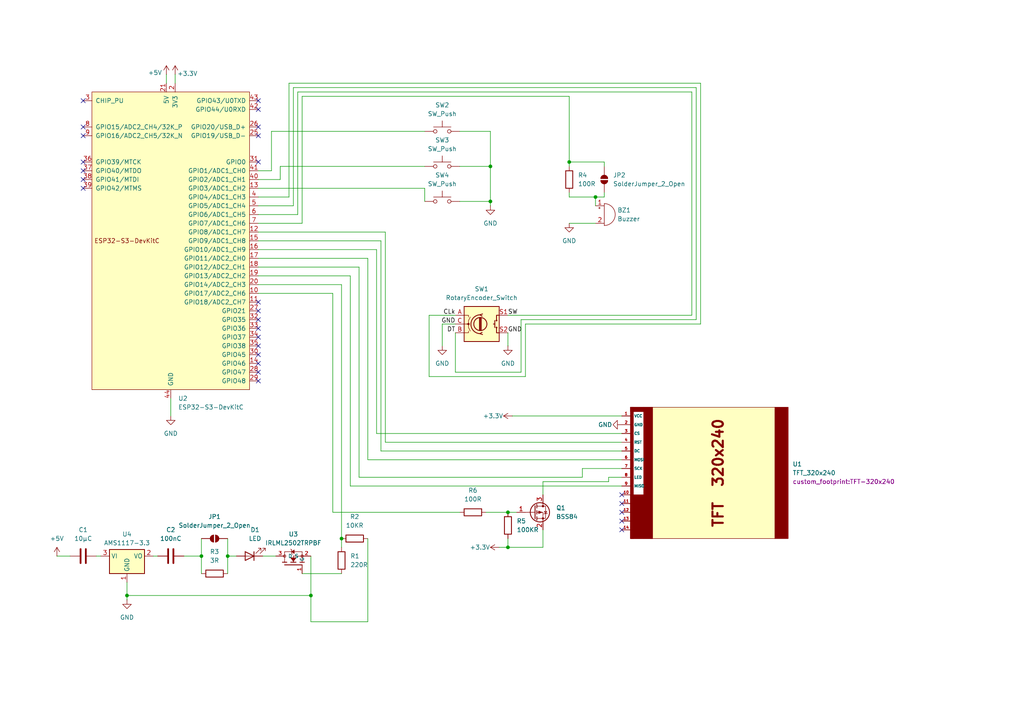
<source format=kicad_sch>
(kicad_sch (version 20250114) (generator "eeschema") (generator_version "9.0")
  (paper "A4")
  (title_block (title "Attention-Seeker PCB") (date "2025-10-05") (rev "v1,0") (company "M-Mrk"))
  (lib_symbols
    (symbol "Device:Buzzer" (pin_names (offset 0.0254) (hide yes))
      (property "Reference" "BZ" (at 3.81 1.27 0))
      (property "Value" "Buzzer" (at 3.81 -1.27 0))
      (symbol "Buzzer_0_1"
        (polyline (pts (xy -1.651 1.905) (xy -1.143 1.905)))
        (polyline (pts (xy -1.397 2.159) (xy -1.397 1.651)))
        (arc (start 0 3.175) (mid 3.1612 0) (end 0 -3.175))
        (polyline (pts (xy 0 3.175) (xy 0 -3.175)))
      )
      (symbol "Buzzer_1_1"
        (pin passive line (at -2.54 2.54 0) (length 2.54) (name "+") (number "1"))
        (pin passive line (at -2.54 -2.54 0) (length 2.54) (name "-") (number "2"))
      )
    )
    (symbol "Device:C" (pin_numbers (hide yes)) (pin_names (offset 0.254))
      (property "Reference" "C" (at 0.635 2.54 0))
      (property "Value" "C" (at 0.635 -2.54 0))
      (symbol "C_0_1"
        (polyline (pts (xy -2.032 0.762) (xy 2.032 0.762)) (stroke (width 0.508)))
        (polyline (pts (xy -2.032 -0.762) (xy 2.032 -0.762)) (stroke (width 0.508)))
      )
      (symbol "C_1_1"
        (pin passive line (at 0 3.81 270) (length 2.794) (name "~") (number "1"))
        (pin passive line (at 0 -3.81 90) (length 2.794) (name "~") (number "2"))
      )
    )
    (symbol "Device:LED" (pin_numbers (hide yes)) (pin_names (offset 1.016) (hide yes))
      (property "Reference" "D" (at 0 2.54 0))
      (property "Value" "LED" (at 0 -2.54 0))
      (symbol "LED_0_1"
        (polyline (pts (xy -3.048 -0.762) (xy -4.572 -2.286) (xy -3.81 -2.286) (xy -4.572 -2.286) (xy -4.572 -1.524)))
        (polyline (pts (xy -1.778 -0.762) (xy -3.302 -2.286) (xy -2.54 -2.286) (xy -3.302 -2.286) (xy -3.302 -1.524)))
        (polyline (pts (xy -1.27 0) (xy 1.27 0)))
        (polyline (pts (xy -1.27 -1.27) (xy -1.27 1.27)) (stroke (width 0.254)))
        (polyline (pts (xy 1.27 -1.27) (xy 1.27 1.27) (xy -1.27 0) (xy 1.27 -1.27)) (stroke (width 0.254)))
      )
      (symbol "LED_1_1"
        (pin passive line (at -3.81 0 0) (length 2.54) (name "K") (number "1"))
        (pin passive line (at 3.81 0 180) (length 2.54) (name "A") (number "2"))
      )
    )
    (symbol "Device:R" (pin_numbers (hide yes)) (pin_names (offset 0))
      (property "Reference" "R" (at 2.032 0 90))
      (property "Value" "R" (at 0 0 90))
      (symbol "R_0_1"
        (rectangle (start -1.016 -2.54) (end 1.016 2.54) (stroke (width 0.254)))
      )
      (symbol "R_1_1"
        (pin passive line (at 0 3.81 270) (length 1.27) (name "~") (number "1"))
        (pin passive line (at 0 -3.81 90) (length 1.27) (name "~") (number "2"))
      )
    )
    (symbol "Device:RotaryEncoder_Switch" (pin_names (offset 0.254) (hide yes))
      (property "Reference" "SW" (at 0 6.604 0))
      (property "Value" "RotaryEncoder_Switch" (at 0 -6.604 0))
      (symbol "RotaryEncoder_Switch_0_1"
        (rectangle (start -5.08 5.08) (end 5.08 -5.08) (stroke (width 0.254)) (fill (type background)))
        (polyline (pts (xy -5.08 2.54) (xy -3.81 2.54) (xy -3.81 2.032)))
        (polyline (pts (xy -5.08 0) (xy -3.81 0) (xy -3.81 -1.016) (xy -3.302 -2.032)))
        (polyline (pts (xy -5.08 -2.54) (xy -3.81 -2.54) (xy -3.81 -2.032)))
        (polyline (pts (xy -4.318 0) (xy -3.81 0) (xy -3.81 1.016) (xy -3.302 2.032)))
        (circle (center -3.81 0) (radius 0.254) (fill (type outline)))
        (polyline (pts (xy -0.635 -1.778) (xy -0.635 1.778)) (stroke (width 0.254)))
        (circle (center -0.381 0) (radius 1.905) (stroke (width 0.254)))
        (polyline (pts (xy -0.381 -1.778) (xy -0.381 1.778)) (stroke (width 0.254)))
        (arc (start -0.381 -2.794) (mid -3.0988 -0.0635) (end -0.381 2.667) (stroke (width 0.254)))
        (polyline (pts (xy -0.127 1.778) (xy -0.127 -1.778)) (stroke (width 0.254)))
        (polyline (pts (xy 0.254 2.921) (xy -0.508 2.667) (xy 0.127 2.286)) (stroke (width 0.254)))
        (polyline (pts (xy 0.254 -3.048) (xy -0.508 -2.794) (xy 0.127 -2.413)) (stroke (width 0.254)))
        (polyline (pts (xy 3.81 1.016) (xy 3.81 -1.016)) (stroke (width 0.254)))
        (polyline (pts (xy 3.81 0) (xy 3.429 0)) (stroke (width 0.254)))
        (circle (center 4.318 1.016) (radius 0.127) (stroke (width 0.254)))
        (circle (center 4.318 -1.016) (radius 0.127) (stroke (width 0.254)))
        (polyline (pts (xy 5.08 2.54) (xy 4.318 2.54) (xy 4.318 1.016)) (stroke (width 0.254)))
        (polyline (pts (xy 5.08 -2.54) (xy 4.318 -2.54) (xy 4.318 -1.016)) (stroke (width 0.254)))
      )
      (symbol "RotaryEncoder_Switch_1_1"
        (pin passive line (at -7.62 2.54 0) (length 2.54) (name "A") (number "A"))
        (pin passive line (at -7.62 0 0) (length 2.54) (name "C") (number "C"))
        (pin passive line (at -7.62 -2.54 0) (length 2.54) (name "B") (number "B"))
        (pin passive line (at 7.62 2.54 180) (length 2.54) (name "S1") (number "S1"))
        (pin passive line (at 7.62 -2.54 180) (length 2.54) (name "S2") (number "S2"))
      )
    )
    (symbol "Espressif:ESP32-S3-DevKitC" (pin_names (offset 1.016))
      (property "Reference" "U" (at -22.86 48.26 0))
      (property "Value" "ESP32-S3-DevKitC" (at -22.86 45.72 0))
      (symbol "ESP32-S3-DevKitC_0_0"
        (text "ESP32-S3-DevKitC" (at -12.7 0 0) (effects (font (size 1.27 1.27))))
        (pin bidirectional line (at -25.4 15.24 0) (length 2.54) (name "GPIO42/MTMS") (number "39"))
        (pin power_in line (at 0 -45.72 90) (length 2.54) (name "GND") (number "44"))
        (pin bidirectional line (at 25.4 40.64 180) (length 2.54) (name "GPIO43/U0TXD") (number "43"))
        (pin bidirectional line (at 25.4 38.1 180) (length 2.54) (name "GPIO44/U0RXD") (number "42"))
        (pin bidirectional line (at 25.4 20.32 180) (length 2.54) (name "GPIO1/ADC1_CH0") (number "41"))
        (pin bidirectional line (at 25.4 17.78 180) (length 2.54) (name "GPIO2/ADC1_CH1") (number "40"))
        (pin bidirectional line (at 25.4 -10.16 180) (length 2.54) (name "GPIO13/ADC2_CH2") (number "19"))
        (pin bidirectional line (at 25.4 -35.56 180) (length 2.54) (name "GPIO46") (number "14"))
      )
      (symbol "ESP32-S3-DevKitC_0_1"
        (rectangle (start -22.86 43.18) (end 22.86 -43.18) (fill (type background)))
        (pin power_in line (at 1.27 45.72 270) (length 2.54) (name "3V3") (number "2"))
      )
      (symbol "ESP32-S3-DevKitC_1_1"
        (pin input line (at -25.4 40.64 0) (length 2.54) (name "CHIP_PU") (number "3"))
        (pin bidirectional line (at -25.4 33.02 0) (length 2.54) (name "GPIO15/ADC2_CH4/32K_P") (number "8"))
        (pin bidirectional line (at -25.4 30.48 0) (length 2.54) (name "GPIO16/ADC2_CH5/32K_N") (number "9"))
        (pin bidirectional line (at -25.4 22.86 0) (length 2.54) (name "GPIO39/MTCK") (number "36"))
        (pin bidirectional line (at -25.4 20.32 0) (length 2.54) (name "GPIO40/MTDO") (number "37"))
        (pin bidirectional line (at -25.4 17.78 0) (length 2.54) (name "GPIO41/MTDI") (number "38"))
        (pin power_in line (at -1.27 45.72 270) (length 2.54) (name "5V") (number "21"))
        (pin passive line (at 0 -45.72 90) (length 2.54) (hide yes) (name "GND") (number "22"))
        (pin passive line (at 0 -45.72 90) (length 2.54) (hide yes) (name "GND") (number "23"))
        (pin passive line (at 0 -45.72 90) (length 2.54) (hide yes) (name "GND") (number "24"))
        (pin passive line (at 1.27 45.72 270) (length 2.54) (hide yes) (name "3V3") (number "1"))
        (pin bidirectional line (at 25.4 33.02 180) (length 2.54) (name "GPIO20/USB_D+") (number "26"))
        (pin bidirectional line (at 25.4 30.48 180) (length 2.54) (name "GPIO19/USB_D-") (number "25"))
        (pin bidirectional line (at 25.4 22.86 180) (length 2.54) (name "GPIO0") (number "31"))
        (pin bidirectional line (at 25.4 15.24 180) (length 2.54) (name "GPIO3/ADC1_CH2") (number "13"))
        (pin bidirectional line (at 25.4 12.7 180) (length 2.54) (name "GPIO4/ADC1_CH3") (number "4"))
        (pin bidirectional line (at 25.4 10.16 180) (length 2.54) (name "GPIO5/ADC1_CH4") (number "5"))
        (pin bidirectional line (at 25.4 7.62 180) (length 2.54) (name "GPIO6/ADC1_CH5") (number "6"))
        (pin bidirectional line (at 25.4 5.08 180) (length 2.54) (name "GPIO7/ADC1_CH6") (number "7"))
        (pin bidirectional line (at 25.4 2.54 180) (length 2.54) (name "GPIO8/ADC1_CH7") (number "12"))
        (pin bidirectional line (at 25.4 0 180) (length 2.54) (name "GPIO9/ADC1_CH8") (number "15"))
        (pin bidirectional line (at 25.4 -2.54 180) (length 2.54) (name "GPIO10/ADC1_CH9") (number "16"))
        (pin bidirectional line (at 25.4 -5.08 180) (length 2.54) (name "GPIO11/ADC2_CH0") (number "17"))
        (pin bidirectional line (at 25.4 -7.62 180) (length 2.54) (name "GPIO12/ADC2_CH1") (number "18"))
        (pin bidirectional line (at 25.4 -12.7 180) (length 2.54) (name "GPIO14/ADC2_CH3") (number "20"))
        (pin bidirectional line (at 25.4 -15.24 180) (length 2.54) (name "GPIO17/ADC2_CH6") (number "10"))
        (pin bidirectional line (at 25.4 -17.78 180) (length 2.54) (name "GPIO18/ADC2_CH7") (number "11"))
        (pin bidirectional line (at 25.4 -20.32 180) (length 2.54) (name "GPIO21") (number "27"))
        (pin bidirectional line (at 25.4 -22.86 180) (length 2.54) (name "GPIO35") (number "32"))
        (pin bidirectional line (at 25.4 -25.4 180) (length 2.54) (name "GPIO36") (number "33"))
        (pin bidirectional line (at 25.4 -27.94 180) (length 2.54) (name "GPIO37") (number "34"))
        (pin bidirectional line (at 25.4 -30.48 180) (length 2.54) (name "GPIO38") (number "35"))
        (pin bidirectional line (at 25.4 -33.02 180) (length 2.54) (name "GPIO45") (number "30"))
        (pin bidirectional line (at 25.4 -38.1 180) (length 2.54) (name "GPIO47") (number "28"))
        (pin bidirectional line (at 25.4 -40.64 180) (length 2.54) (name "GPIO48") (number "29"))
      )
    )
    (symbol "IRLML2502TRPBF:IRLML2502TRPBF" (pin_names (offset 1.016))
      (property "Reference" "U" (at -11.4527 2.5451 0))
      (property "Value" "IRLML2502TRPBF" (at -11.461 0 0))
      (symbol "IRLML2502TRPBF_0_0"
        (polyline (pts (xy 0 2.54) (xy 0 -2.54)) (stroke (width 0.254)))
        (polyline (pts (xy 0.762 3.175) (xy 0.762 2.54)) (stroke (width 0.254)))
        (polyline (pts (xy 0.762 2.54) (xy 0.762 1.905)) (stroke (width 0.254)))
        (polyline (pts (xy 0.762 2.54) (xy 3.81 2.54)) (stroke (width 0.1524)))
        (polyline (pts (xy 0.762 0.762) (xy 0.762 0)) (stroke (width 0.254)))
        (polyline (pts (xy 0.762 0) (xy 0.762 -0.762)) (stroke (width 0.254)))
        (polyline (pts (xy 0.762 0) (xy 2.54 0)) (stroke (width 0.1524)))
        (polyline (pts (xy 0.762 -1.905) (xy 0.762 -2.54)) (stroke (width 0.254)))
        (polyline (pts (xy 0.762 -2.54) (xy 0.762 -3.175)) (stroke (width 0.254)))
        (polyline (pts (xy 1.016 0) (xy 2.032 0.762) (xy 2.032 -0.762) (xy 1.016 0)) (stroke (width 0.1524)) (fill (type outline)))
        (circle (center 2.54 2.54) (radius 0.3592))
        (polyline (pts (xy 2.54 0) (xy 2.54 -2.54)) (stroke (width 0.1524)))
        (polyline (pts (xy 2.54 -2.54) (xy 0.762 -2.54)) (stroke (width 0.1524)))
        (polyline (pts (xy 2.54 -2.54) (xy 3.81 -2.54)) (stroke (width 0.1524)))
        (circle (center 2.54 -2.54) (radius 0.3592))
        (polyline (pts (xy 3.302 0.508) (xy 3.048 0.254)) (stroke (width 0.1524)))
        (polyline (pts (xy 3.81 2.54) (xy 3.81 0.508)) (stroke (width 0.1524)))
        (polyline (pts (xy 3.81 0.508) (xy 3.302 0.508)) (stroke (width 0.1524)))
        (polyline (pts (xy 3.81 0.508) (xy 3.81 -2.54)) (stroke (width 0.1524)))
        (polyline (pts (xy 3.81 0.508) (xy 3.302 -0.254) (xy 4.318 -0.254) (xy 3.81 0.508)) (stroke (width 0.1524)) (fill (type outline)))
        (polyline (pts (xy 4.318 0.508) (xy 3.81 0.508)) (stroke (width 0.1524)))
        (polyline (pts (xy 4.572 0.762) (xy 4.318 0.508)) (stroke (width 0.1524)))
        (pin passive line (at -2.54 -2.54 0) (length 2.54) (name "G") (number "1"))
        (pin passive line (at 2.54 5.08 270) (length 2.54) (name "D") (number "3"))
      )
      (symbol "IRLML2502TRPBF_1_0"
        (pin passive line (at 2.54 -5.08 90) (length 2.54) (name "S") (number "2"))
      )
    )
    (symbol "Jumper:SolderJumper_2_Open" (pin_numbers (hide yes)) (pin_names (offset 0) (hide yes)) (in_bom no)
      (property "Reference" "JP" (at 0 2.032 0))
      (property "Value" "SolderJumper_2_Open" (at 0 -2.54 0))
      (symbol "SolderJumper_2_Open_0_1"
        (polyline (pts (xy -0.254 1.016) (xy -0.254 -1.016)))
        (arc (start -0.254 -1.016) (mid -1.2656 0) (end -0.254 1.016))
        (arc (start -0.254 -1.016) (mid -1.2656 0) (end -0.254 1.016) (fill (type outline)))
        (arc (start 0.254 1.016) (mid 1.2656 0) (end 0.254 -1.016))
        (arc (start 0.254 1.016) (mid 1.2656 0) (end 0.254 -1.016) (fill (type outline)))
        (polyline (pts (xy 0.254 1.016) (xy 0.254 -1.016)))
      )
      (symbol "SolderJumper_2_Open_1_1"
        (pin passive line (at -3.81 0 0) (length 2.54) (name "A") (number "1"))
        (pin passive line (at 3.81 0 180) (length 2.54) (name "B") (number "2"))
      )
    )
    (symbol "Regulator_Linear:AMS1117-3.3"
      (property "Reference" "U" (at -3.81 3.175 0))
      (property "Value" "AMS1117-3.3" (at 0 3.175 0))
      (symbol "AMS1117-3.3_0_1"
        (rectangle (start -5.08 -5.08) (end 5.08 1.905) (stroke (width 0.254)) (fill (type background)))
      )
      (symbol "AMS1117-3.3_1_1"
        (pin power_in line (at -7.62 0 0) (length 2.54) (name "VI") (number "3"))
        (pin power_in line (at 0 -7.62 90) (length 2.54) (name "GND") (number "1"))
        (pin power_out line (at 7.62 0 180) (length 2.54) (name "VO") (number "2"))
      )
    )
    (symbol "Switch:SW_Push" (pin_numbers (hide yes)) (pin_names (offset 1.016) (hide yes))
      (property "Reference" "SW" (at 1.27 2.54 0))
      (property "Value" "SW_Push" (at 0 -1.524 0))
      (symbol "SW_Push_0_1"
        (circle (center -2.032 0) (radius 0.508))
        (polyline (pts (xy 0 1.27) (xy 0 3.048)))
        (circle (center 2.032 0) (radius 0.508))
        (polyline (pts (xy 2.54 1.27) (xy -2.54 1.27)))
        (pin passive line (at -5.08 0 0) (length 2.54) (name "1") (number "1"))
        (pin passive line (at 5.08 0 180) (length 2.54) (name "2") (number "2"))
      )
    )
    (symbol "Transistor_FET:BSS84" (pin_names (hide yes))
      (property "Reference" "Q" (at 5.08 1.905 0))
      (property "Value" "BSS84" (at 5.08 0 0))
      (symbol "BSS84_0_1"
        (polyline (pts (xy 0.254 1.905) (xy 0.254 -1.905)) (stroke (width 0.254)))
        (polyline (pts (xy 0.254 0) (xy -2.54 0)))
        (polyline (pts (xy 0.762 2.286) (xy 0.762 1.27)) (stroke (width 0.254)))
        (polyline (pts (xy 0.762 1.778) (xy 3.302 1.778) (xy 3.302 -1.778) (xy 0.762 -1.778)))
        (polyline (pts (xy 0.762 0.508) (xy 0.762 -0.508)) (stroke (width 0.254)))
        (polyline (pts (xy 0.762 -1.27) (xy 0.762 -2.286)) (stroke (width 0.254)))
        (circle (center 1.651 0) (radius 2.794) (stroke (width 0.254)))
        (polyline (pts (xy 2.286 0) (xy 1.27 0.381) (xy 1.27 -0.381) (xy 2.286 0)) (fill (type outline)))
        (polyline (pts (xy 2.54 2.54) (xy 2.54 1.778)))
        (circle (center 2.54 1.778) (radius 0.254) (fill (type outline)))
        (circle (center 2.54 -1.778) (radius 0.254) (fill (type outline)))
        (polyline (pts (xy 2.54 -2.54) (xy 2.54 0) (xy 0.762 0)))
        (polyline (pts (xy 2.794 -0.508) (xy 2.921 -0.381) (xy 3.683 -0.381) (xy 3.81 -0.254)))
        (polyline (pts (xy 3.302 -0.381) (xy 2.921 0.254) (xy 3.683 0.254) (xy 3.302 -0.381)))
      )
      (symbol "BSS84_1_1"
        (pin input line (at -5.08 0 0) (length 2.54) (name "G") (number "1"))
        (pin passive line (at 2.54 5.08 270) (length 2.54) (name "D") (number "3"))
        (pin passive line (at 2.54 -5.08 90) (length 2.54) (name "S") (number "2"))
      )
    )
    (symbol "ili9341:TFT_320x240" (pin_names (offset 1.016))
      (property "Reference" "U?" (at 20.32 25.4001 0))
      (property "Value" "TFT_320x240" (at 20.32 22.8601 0))
      (property "Footprint" "z_Devices:TFT-320x240" (at 20.32 20.3201 0))
      (symbol "TFT_320x240_0_0"
        (text "TFT  320x240" (at 0 25.4 0) (effects (font (size 2.9972 2.9972) (bold yes))))
      )
      (symbol "TFT_320x240_0_1"
        (rectangle (start -19.05 41.91) (end 19.05 45.72) (fill (type outline)))
        (rectangle (start -19.05 6.35) (end 19.05 41.91) (fill (type background)))
        (rectangle (start -19.05 6.35) (end 19.05 3.81) (fill (type outline)))
        (rectangle (start -19.05 0) (end 19.05 6.35))
        (rectangle (start -19.05 0) (end 19.05 0.8382) (fill (type outline)))
        (rectangle (start -17.78 0) (end -19.05 3.81) (fill (type outline)))
        (rectangle (start 19.05 0) (end 6.35 3.81) (fill (type outline)))
      )
      (symbol "TFT_320x240_1_1"
        (pin power_in line (at -16.51 -2.54 90) (length 2.54) (name "VCC") (number "1"))
        (pin bidirectional line (at -13.97 -2.54 90) (length 2.54) (name "GND") (number "2"))
        (pin bidirectional line (at -11.43 -2.54 90) (length 2.54) (name "CS") (number "3"))
        (pin bidirectional line (at -8.89 -2.54 90) (length 2.54) (name "RST") (number "4"))
        (pin bidirectional line (at -6.35 -2.54 90) (length 2.54) (name "DC") (number "5"))
        (pin bidirectional line (at -3.81 -2.54 90) (length 2.54) (name "MOSI") (number "6"))
        (pin bidirectional line (at -1.27 -2.54 90) (length 2.54) (name "SCK") (number "7"))
        (pin power_in line (at 1.27 -2.54 90) (length 2.54) (name "LED") (number "8"))
        (pin bidirectional line (at 3.81 -2.54 90) (length 2.54) (name "MISO") (number "9"))
        (pin bidirectional line (at 6.35 -2.54 90) (length 2.54) (name "~") (number "10"))
        (pin bidirectional line (at 8.89 -2.54 90) (length 2.54) (name "~") (number "11"))
        (pin bidirectional line (at 11.43 -2.54 90) (length 2.54) (name "~") (number "12"))
        (pin bidirectional line (at 13.97 -2.54 90) (length 2.54) (name "~") (number "13"))
        (pin bidirectional line (at 16.51 -2.54 90) (length 2.54) (name "~") (number "14"))
      )
    )
    (symbol "power:+3.3V" (power) (pin_numbers (hide yes)) (pin_names (offset 0) (hide yes))
      (property "Value" "+3.3V" (at 0 3.556 0))
      (symbol "+3.3V_0_1"
        (polyline (pts (xy -0.762 1.27) (xy 0 2.54)))
        (polyline (pts (xy 0 2.54) (xy 0.762 1.27)))
        (polyline (pts (xy 0 0) (xy 0 2.54)))
      )
      (symbol "+3.3V_1_1"
        (pin power_in line (at 0 0 90) (length 0) (name "~") (number "1"))
      )
    )
    (symbol "power:+5V" (power) (pin_numbers (hide yes)) (pin_names (offset 0) (hide yes))
      (property "Value" "+5V" (at 0 3.556 0))
      (symbol "+5V_0_1"
        (polyline (pts (xy -0.762 1.27) (xy 0 2.54)))
        (polyline (pts (xy 0 2.54) (xy 0.762 1.27)))
        (polyline (pts (xy 0 0) (xy 0 2.54)))
      )
      (symbol "+5V_1_1"
        (pin power_in line (at 0 0 90) (length 0) (name "~") (number "1"))
      )
    )
    (symbol "power:GND" (power) (pin_numbers (hide yes)) (pin_names (offset 0) (hide yes))
      (property "Value" "GND" (at 0 -3.81 0))
      (symbol "GND_0_1"
        (polyline (pts (xy 0 0) (xy 0 -1.27) (xy 1.27 -1.27) (xy 0 -2.54) (xy -1.27 -1.27) (xy 0 -1.27)))
      )
      (symbol "GND_1_1"
        (pin power_in line (at 0 0 270) (length 0) (name "~") (number "1"))
      )
    )
  )
  (junction (at 142.24 58.42))
  (junction (at 99.06 156.21))
  (junction (at 147.32 148.59))
  (junction (at 165.1 46.99))
  (junction (at 90.17 172.72))
  (junction (at 142.24 48.26))
  (junction (at 58.42 161.29))
  (junction (at 172.72 57.15))
  (junction (at 147.32 158.75))
  (junction (at 66.04 161.29))
  (junction (at 36.83 172.72))
  (no_connect (at 180.34 143.51))
  (no_connect (at 24.13 36.83))
  (no_connect (at 74.93 87.63))
  (no_connect (at 74.93 31.75))
  (no_connect (at 74.93 95.25))
  (no_connect (at 74.93 39.37))
  (no_connect (at 24.13 39.37))
  (no_connect (at 180.34 153.67))
  (no_connect (at 24.13 54.61))
  (no_connect (at 24.13 29.21))
  (no_connect (at 180.34 151.13))
  (no_connect (at 74.93 102.87))
  (no_connect (at 74.93 110.49))
  (no_connect (at 74.93 107.95))
  (no_connect (at 180.34 146.05))
  (no_connect (at 74.93 36.83))
  (no_connect (at 74.93 90.17))
  (no_connect (at 24.13 49.53))
  (no_connect (at 74.93 92.71))
  (no_connect (at 74.93 97.79))
  (no_connect (at 180.34 148.59))
  (no_connect (at 74.93 105.41))
  (no_connect (at 74.93 100.33))
  (no_connect (at 74.93 29.21))
  (no_connect (at 74.93 46.99))
  (no_connect (at 24.13 46.99))
  (no_connect (at 24.13 52.07))
  (wire (pts (xy 106.68 74.93) (xy 106.68 133.35)))
  (wire (pts (xy 200.66 91.44) (xy 200.66 26.67)))
  (wire (pts (xy 85.09 59.69) (xy 74.93 59.69)))
  (wire (pts (xy 99.06 158.75) (xy 99.06 156.21)))
  (wire (pts (xy 124.46 109.22) (xy 124.46 91.44)))
  (wire (pts (xy 109.22 72.39) (xy 109.22 125.73)))
  (wire (pts (xy 157.48 139.7) (xy 176.53 139.7)))
  (wire (pts (xy 74.93 72.39) (xy 109.22 72.39)))
  (wire (pts (xy 124.46 91.44) (xy 132.08 91.44)))
  (wire (pts (xy 53.34 161.29) (xy 58.42 161.29)))
  (wire (pts (xy 58.42 156.21) (xy 58.42 161.29)))
  (wire (pts (xy 157.48 158.75) (xy 157.48 153.67)))
  (wire (pts (xy 85.09 25.4) (xy 201.93 25.4)))
  (wire (pts (xy 123.19 54.61) (xy 74.93 54.61)))
  (wire (pts (xy 165.1 46.99) (xy 165.1 48.26)))
  (wire (pts (xy 110.49 130.81) (xy 180.34 130.81)))
  (wire (pts (xy 111.76 128.27) (xy 180.34 128.27)))
  (wire (pts (xy 201.93 92.71) (xy 201.93 25.4)))
  (wire (pts (xy 148.59 120.65) (xy 180.34 120.65)))
  (wire (pts (xy 96.52 148.59) (xy 133.35 148.59)))
  (wire (pts (xy 142.24 58.42) (xy 142.24 59.69)))
  (wire (pts (xy 74.93 57.15) (xy 83.82 57.15)))
  (wire (pts (xy 109.22 125.73) (xy 180.34 125.73)))
  (wire (pts (xy 85.09 25.4) (xy 85.09 59.69)))
  (wire (pts (xy 128.27 93.98) (xy 132.08 93.98)))
  (wire (pts (xy 165.1 57.15) (xy 172.72 57.15)))
  (wire (pts (xy 176.53 138.43) (xy 180.34 138.43)))
  (wire (pts (xy 144.78 158.75) (xy 147.32 158.75)))
  (wire (pts (xy 27.94 161.29) (xy 29.21 161.29)))
  (wire (pts (xy 165.1 27.94) (xy 165.1 46.99)))
  (wire (pts (xy 175.26 55.88) (xy 175.26 57.15)))
  (wire (pts (xy 87.63 27.94) (xy 87.63 64.77)))
  (wire (pts (xy 151.13 92.71) (xy 151.13 107.95)))
  (wire (pts (xy 123.19 58.42) (xy 123.19 54.61)))
  (wire (pts (xy 147.32 91.44) (xy 200.66 91.44)))
  (wire (pts (xy 147.32 158.75) (xy 157.48 158.75)))
  (wire (pts (xy 165.1 46.99) (xy 175.26 46.99)))
  (wire (pts (xy 36.83 172.72) (xy 90.17 172.72)))
  (wire (pts (xy 78.74 38.1) (xy 78.74 49.53)))
  (wire (pts (xy 101.6 80.01) (xy 101.6 140.97)))
  (wire (pts (xy 133.35 38.1) (xy 142.24 38.1)))
  (wire (pts (xy 78.74 38.1) (xy 123.19 38.1)))
  (wire (pts (xy 86.36 26.67) (xy 200.66 26.67)))
  (wire (pts (xy 74.93 77.47) (xy 104.14 77.47)))
  (wire (pts (xy 83.82 24.13) (xy 203.2 24.13)))
  (wire (pts (xy 74.93 80.01) (xy 101.6 80.01)))
  (wire (pts (xy 104.14 138.43) (xy 168.91 138.43)))
  (wire (pts (xy 110.49 69.85) (xy 110.49 130.81)))
  (wire (pts (xy 74.93 67.31) (xy 111.76 67.31)))
  (wire (pts (xy 81.28 48.26) (xy 123.19 48.26)))
  (wire (pts (xy 101.6 140.97) (xy 180.34 140.97)))
  (wire (pts (xy 201.93 92.71) (xy 151.13 92.71)))
  (wire (pts (xy 99.06 82.55) (xy 74.93 82.55)))
  (wire (pts (xy 90.17 180.34) (xy 106.68 180.34)))
  (wire (pts (xy 86.36 62.23) (xy 86.36 26.67)))
  (wire (pts (xy 50.8 21.59) (xy 50.8 24.13)))
  (wire (pts (xy 147.32 158.75) (xy 147.32 156.21)))
  (wire (pts (xy 133.35 48.26) (xy 142.24 48.26)))
  (wire (pts (xy 172.72 64.77) (xy 165.1 64.77)))
  (wire (pts (xy 99.06 82.55) (xy 99.06 156.21)))
  (wire (pts (xy 104.14 77.47) (xy 104.14 138.43)))
  (wire (pts (xy 165.1 55.88) (xy 165.1 57.15)))
  (wire (pts (xy 74.93 74.93) (xy 106.68 74.93)))
  (wire (pts (xy 168.91 138.43) (xy 168.91 135.89)))
  (wire (pts (xy 157.48 143.51) (xy 157.48 139.7)))
  (wire (pts (xy 66.04 156.21) (xy 66.04 161.29)))
  (wire (pts (xy 147.32 148.59) (xy 149.86 148.59)))
  (wire (pts (xy 151.13 107.95) (xy 132.08 107.95)))
  (wire (pts (xy 36.83 168.91) (xy 36.83 172.72)))
  (wire (pts (xy 133.35 58.42) (xy 142.24 58.42)))
  (wire (pts (xy 132.08 96.52) (xy 132.08 107.95)))
  (wire (pts (xy 175.26 46.99) (xy 175.26 48.26)))
  (wire (pts (xy 49.53 115.57) (xy 49.53 120.65)))
  (wire (pts (xy 152.4 93.98) (xy 203.2 93.98)))
  (wire (pts (xy 66.04 161.29) (xy 66.04 166.37)))
  (wire (pts (xy 81.28 48.26) (xy 81.28 52.07)))
  (wire (pts (xy 90.17 172.72) (xy 90.17 180.34)))
  (wire (pts (xy 44.45 161.29) (xy 45.72 161.29)))
  (wire (pts (xy 106.68 156.21) (xy 106.68 180.34)))
  (wire (pts (xy 106.68 133.35) (xy 180.34 133.35)))
  (wire (pts (xy 128.27 93.98) (xy 128.27 100.33)))
  (wire (pts (xy 142.24 38.1) (xy 142.24 48.26)))
  (wire (pts (xy 81.28 52.07) (xy 74.93 52.07)))
  (wire (pts (xy 175.26 57.15) (xy 172.72 57.15)))
  (wire (pts (xy 152.4 109.22) (xy 124.46 109.22)))
  (wire (pts (xy 78.74 49.53) (xy 74.93 49.53)))
  (wire (pts (xy 147.32 100.33) (xy 147.32 96.52)))
  (wire (pts (xy 96.52 85.09) (xy 96.52 148.59)))
  (wire (pts (xy 87.63 27.94) (xy 165.1 27.94)))
  (wire (pts (xy 74.93 62.23) (xy 86.36 62.23)))
  (wire (pts (xy 87.63 64.77) (xy 74.93 64.77)))
  (wire (pts (xy 152.4 109.22) (xy 152.4 93.98)))
  (wire (pts (xy 58.42 161.29) (xy 58.42 166.37)))
  (wire (pts (xy 142.24 48.26) (xy 142.24 58.42)))
  (wire (pts (xy 76.2 161.29) (xy 80.01 161.29)))
  (wire (pts (xy 74.93 69.85) (xy 110.49 69.85)))
  (wire (pts (xy 90.17 161.29) (xy 90.17 172.72)))
  (wire (pts (xy 168.91 135.89) (xy 180.34 135.89)))
  (wire (pts (xy 48.26 21.59) (xy 48.26 24.13)))
  (wire (pts (xy 176.53 139.7) (xy 176.53 138.43)))
  (wire (pts (xy 172.72 57.15) (xy 172.72 59.69)))
  (wire (pts (xy 36.83 173.99) (xy 36.83 172.72)))
  (wire (pts (xy 68.58 161.29) (xy 66.04 161.29)))
  (wire (pts (xy 74.93 85.09) (xy 96.52 85.09)))
  (wire (pts (xy 140.97 148.59) (xy 147.32 148.59)))
  (wire (pts (xy 111.76 67.31) (xy 111.76 128.27)))
  (wire (pts (xy 87.63 166.37) (xy 99.06 166.37)))
  (wire (pts (xy 203.2 24.13) (xy 203.2 93.98)))
  (wire (pts (xy 16.51 161.29) (xy 20.32 161.29)))
  (wire (pts (xy 83.82 24.13) (xy 83.82 57.15)))
  (label "GND" (at 132.08 93.98 180))
  (label "SW" (at 147.32 91.44 0))
  (label "GND" (at 147.32 96.52 0))
  (label "CLk" (at 132.08 91.44 180))
  (label "DT" (at 132.08 96.52 180))
  (symbol (lib_id "power:GND") (at 142.24 59.69 0) (unit 1)
    (property "Reference" "#PWR06" (effects (hide yes)))
    (property "Value" "GND" (at 142.24 64.77 0))
    (property "Description" "Power symbol creates a global label with name \"GND\" , ground" (effects (hide yes)))
  )
  (symbol (lib_id "Switch:SW_Push") (at 128.27 58.42 0) (unit 1)
    (property "Reference" "SW4" (at 128.27 50.8 0))
    (property "Value" "SW_Push" (at 128.27 53.34 0))
    (property "Footprint" "Button_Switch_Keyboard:SW_Cherry_MX_1.00u_PCB" (effects (hide yes)))
    (property "Description" "Push button switch, generic, two pins" (effects (hide yes)))
  )
  (symbol (lib_id "power:+3.3V") (at 50.8 21.59 0) (unit 1)
    (property "Reference" "#PWR02" (effects (hide yes)))
    (property "Value" "+3.3V" (at 54.356 21.336 0))
    (property "Description" "Power symbol creates a global label with name \"+3.3V\"" (effects (hide yes)))
  )
  (symbol (lib_id "Device:R") (at 165.1 52.07 180) (unit 1)
    (property "Reference" "R4" (at 167.64 50.7999 0) (effects (justify right)))
    (property "Value" "100R" (at 167.64 53.3399 0) (effects (justify right)))
    (property "Footprint" "Resistor_SMD:R_1206_3216Metric_Pad1.30x1.75mm_HandSolder" (effects (hide yes)))
    (property "Description" "Resistor" (effects (hide yes)))
  )
  (symbol (lib_id "power:GND") (at 36.83 173.99 0) (unit 1)
    (property "Reference" "#PWR05" (effects (hide yes)))
    (property "Value" "GND" (at 36.83 179.07 0))
    (property "Description" "Power symbol creates a global label with name \"GND\" , ground" (effects (hide yes)))
  )
  (symbol (lib_id "Device:RotaryEncoder_Switch") (at 139.7 93.98 0) (unit 1)
    (property "Reference" "SW1" (at 139.7 83.82 0))
    (property "Value" "RotaryEncoder_Switch" (at 139.7 86.36 0))
    (property "Footprint" "Rotary_Encoder:RotaryEncoder_Alps_EC12E-Switch_Vertical_H20mm" (effects (hide yes)))
    (property "Description" "Rotary encoder, dual channel, incremental quadrate outputs, with switch" (effects (hide yes)))
  )
  (symbol (lib_id "Device:R") (at 99.06 162.56 180) (unit 1)
    (property "Reference" "R1" (at 101.6 161.2899 0) (effects (justify right)))
    (property "Value" "220R" (at 101.6 163.8299 0) (effects (justify right)))
    (property "Footprint" "Resistor_SMD:R_1206_3216Metric_Pad1.30x1.75mm_HandSolder" (effects (hide yes)))
    (property "Description" "Resistor" (effects (hide yes)))
  )
  (symbol (lib_id "power:+5V") (at 48.26 21.59 0) (unit 1)
    (property "Reference" "#PWR03" (effects (hide yes)))
    (property "Value" "+5V" (at 44.958 21.082 0))
    (property "Description" "Power symbol creates a global label with name \"+5V\"" (effects (hide yes)))
  )
  (symbol (lib_id "Jumper:SolderJumper_2_Open") (at 62.23 156.21 0) (unit 1) (in_bom no)
    (property "Reference" "JP1" (at 62.23 149.86 0))
    (property "Value" "SolderJumper_2_Open" (at 62.23 152.4 0))
    (property "Footprint" "Jumper:SolderJumper-2_P1.3mm_Open_Pad1.0x1.5mm" (effects (hide yes)))
    (property "Description" "Solder Jumper, 2-pole, open" (effects (hide yes)))
  )
  (symbol (lib_id "ili9341:TFT_320x240") (at 182.88 137.16 270) (unit 1)
    (property "Reference" "U1" (at 229.87 134.6199 90) (effects (justify left)))
    (property "Value" "TFT_320x240" (at 229.87 137.1599 90) (effects (justify left)))
    (property "Footprint" "custom_footprint:TFT-320x240" (at 229.87 139.6999 90) (effects (justify left)))
  )
  (symbol (lib_id "power:GND") (at 147.32 100.33 0) (unit 1)
    (property "Reference" "#PWR08" (effects (hide yes)))
    (property "Value" "GND" (at 147.32 105.41 0))
    (property "Description" "Power symbol creates a global label with name \"GND\" , ground" (effects (hide yes)))
  )
  (symbol (lib_id "Device:R") (at 137.16 148.59 90) (unit 1)
    (property "Reference" "R6" (at 137.16 142.24 90))
    (property "Value" "100R" (at 137.16 144.78 90))
    (property "Footprint" "Resistor_SMD:R_1206_3216Metric_Pad1.30x1.75mm_HandSolder" (effects (hide yes)))
    (property "Description" "Resistor" (effects (hide yes)))
  )
  (symbol (lib_id "Switch:SW_Push") (at 128.27 38.1 0) (unit 1)
    (property "Reference" "SW2" (at 128.27 30.48 0))
    (property "Value" "SW_Push" (at 128.27 33.02 0))
    (property "Footprint" "Button_Switch_Keyboard:SW_Cherry_MX_1.00u_PCB" (effects (hide yes)))
    (property "Description" "Push button switch, generic, two pins" (effects (hide yes)))
  )
  (symbol (lib_id "Device:R") (at 147.32 152.4 180) (unit 1)
    (property "Reference" "R5" (at 149.86 151.1299 0) (effects (justify right)))
    (property "Value" "100KR" (at 149.86 153.6699 0) (effects (justify right)))
    (property "Footprint" "Resistor_SMD:R_1206_3216Metric_Pad1.30x1.75mm_HandSolder" (effects (hide yes)))
    (property "Description" "Resistor" (effects (hide yes)))
  )
  (symbol (lib_id "power:GND") (at 49.53 120.65 0) (unit 1)
    (property "Reference" "#PWR01" (effects (hide yes)))
    (property "Value" "GND" (at 49.53 125.73 0))
    (property "Description" "Power symbol creates a global label with name \"GND\" , ground" (effects (hide yes)))
  )
  (symbol (lib_id "Device:LED") (at 72.39 161.29 180) (unit 1)
    (property "Reference" "D1" (at 73.9775 153.67 0))
    (property "Value" "LED" (at 73.9775 156.21 0))
    (property "Footprint" "custom_footprint:38mm rigid LED filament" (effects (hide yes)))
    (property "Description" "Light emitting diode" (effects (hide yes)))
    (property "Sim.Pins" "1=K 2=A" (effects (hide yes)))
  )
  (symbol (lib_id "Switch:SW_Push") (at 128.27 48.26 0) (unit 1)
    (property "Reference" "SW3" (at 128.27 40.64 0))
    (property "Value" "SW_Push" (at 128.27 43.18 0))
    (property "Footprint" "Button_Switch_Keyboard:SW_Cherry_MX_1.00u_PCB" (effects (hide yes)))
    (property "Description" "Push button switch, generic, two pins" (effects (hide yes)))
  )
  (symbol (lib_id "Device:R") (at 62.23 166.37 90) (unit 1)
    (property "Reference" "R3" (at 62.23 160.02 90))
    (property "Value" "3R" (at 62.23 162.56 90))
    (property "Footprint" "Resistor_SMD:R_1206_3216Metric_Pad1.30x1.75mm_HandSolder" (effects (hide yes)))
    (property "Description" "Resistor" (effects (hide yes)))
  )
  (symbol (lib_id "Device:C") (at 24.13 161.29 90) (unit 1)
    (property "Reference" "C1" (at 24.13 153.67 90))
    (property "Value" "10µC" (at 24.13 156.21 90))
    (property "Footprint" "Capacitor_SMD:C_1206_3216Metric_Pad1.33x1.80mm_HandSolder" (effects (hide yes)))
    (property "Description" "Unpolarized capacitor" (effects (hide yes)))
  )
  (symbol (lib_id "Espressif:ESP32-S3-DevKitC") (at 49.53 69.85 0) (unit 1)
    (property "Reference" "U2" (at 51.6733 115.57 0) (effects (justify left)))
    (property "Value" "ESP32-S3-DevKitC" (at 51.6733 118.11 0) (effects (justify left)))
    (property "Footprint" "Espressif:ESP32-S3-DevKitC" (effects (hide yes)))
    (property "Description" "ESP32-S3-DevKitC" (effects (hide yes)))
  )
  (symbol (lib_id "IRLML2502TRPBF:IRLML2502TRPBF") (at 85.09 163.83 90) (unit 1)
    (property "Reference" "U3" (at 85.09 154.94 90))
    (property "Value" "IRLML2502TRPBF" (at 85.09 157.48 90))
    (property "Footprint" "IRLML2502TRPBF:SOT23" (effects (hide yes)))
    (property "MF" "Infineon" (effects (hide yes)))
    (property "Description_1" "RoHS Compliant | Industry-leading quality | Fast Switching | Low Profile (less than 1.1mm) | SOT-23 Footprint" (effects (hide yes)))
    (property "Package" "SOT-23-3 International Rectifier" (effects (hide yes)))
    (property "Price" "None" (effects (hide yes)))
    (property "SnapEDA_Link" "https://www.snapeda.com/parts/IRLML2502TRPBF/Infineon/view-part/?ref=snap" (effects (hide yes)))
    (property "MP" "IRLML2502TRPBF" (effects (hide yes)))
    (property "Availability" "In Stock" (effects (hide yes)))
    (property "Check_prices" "https://www.snapeda.com/parts/IRLML2502TRPBF/Infineon/view-part/?ref=eda" (effects (hide yes)))
  )
  (symbol (lib_id "Transistor_FET:BSS84") (at 154.94 148.59 0) (unit 1)
    (property "Reference" "Q1" (at 161.29 147.3199 0) (effects (justify left)))
    (property "Value" "BSS84" (at 161.29 149.8599 0) (effects (justify left)))
    (property "Footprint" "Package_TO_SOT_SMD:SOT-23" (effects (hide yes)))
    (property "Datasheet" "http://assets.nexperia.com/documents/data-sheet/BSS84.pdf" (effects (hide yes)))
    (property "Description" "-0.13A Id, -50V Vds, P-Channel MOSFET, SOT-23" (effects (hide yes)))
  )
  (symbol (lib_id "power:+5V") (at 16.51 161.29 0) (unit 1)
    (property "Reference" "#PWR04" (effects (hide yes)))
    (property "Value" "+5V" (at 16.51 156.21 0))
    (property "Description" "Power symbol creates a global label with name \"+5V\"" (effects (hide yes)))
  )
  (symbol (lib_id "power:GND") (at 165.1 64.77 0) (unit 1)
    (property "Reference" "#PWR07" (effects (hide yes)))
    (property "Value" "GND" (at 165.1 69.85 0))
    (property "Description" "Power symbol creates a global label with name \"GND\" , ground" (effects (hide yes)))
  )
  (symbol (lib_id "power:+3.3V") (at 148.59 120.65 90) (unit 1)
    (property "Reference" "#PWR09" (effects (hide yes)))
    (property "Value" "+3.3V" (at 143.002 120.65 90))
    (property "Description" "Power symbol creates a global label with name \"+3.3V\"" (effects (hide yes)))
  )
  (symbol (lib_id "Regulator_Linear:AMS1117-3.3") (at 36.83 161.29 0) (unit 1)
    (property "Reference" "U4" (at 36.83 154.94 0))
    (property "Value" "AMS1117-3.3" (at 36.83 157.48 0))
    (property "Footprint" "Package_TO_SOT_SMD:SOT-223-3_TabPin2" (effects (hide yes)))
    (property "Datasheet" "http://www.advanced-monolithic.com/pdf/ds1117.pdf" (effects (hide yes)))
    (property "Description" "1A Low Dropout regulator, positive, 3.3V fixed output, SOT-223" (effects (hide yes)))
  )
  (symbol (lib_id "Device:C") (at 49.53 161.29 90) (unit 1)
    (property "Reference" "C2" (at 49.53 153.67 90))
    (property "Value" "100nC" (at 49.53 156.21 90))
    (property "Footprint" "Capacitor_SMD:C_1206_3216Metric_Pad1.33x1.80mm_HandSolder" (effects (hide yes)))
    (property "Description" "Unpolarized capacitor" (effects (hide yes)))
  )
  (symbol (lib_id "Device:Buzzer") (at 175.26 62.23 0) (unit 1)
    (property "Reference" "BZ1" (at 179.07 60.9599 0) (effects (justify left)))
    (property "Value" "Buzzer" (at 179.07 63.4999 0) (effects (justify left)))
    (property "Footprint" "Buzzer_Beeper:Buzzer_12x9.5RM7.6" (effects (hide yes)))
    (property "Description" "Buzzer, polarized" (effects (hide yes)))
  )
  (symbol (lib_id "power:GND") (at 128.27 100.33 0) (unit 1)
    (property "Reference" "#PWR011" (effects (hide yes)))
    (property "Value" "GND" (at 128.27 105.41 0))
    (property "Description" "Power symbol creates a global label with name \"GND\" , ground" (effects (hide yes)))
  )
  (symbol (lib_id "Jumper:SolderJumper_2_Open") (at 175.26 52.07 270) (unit 1) (in_bom no)
    (property "Reference" "JP2" (at 177.8 50.7999 90) (effects (justify left)))
    (property "Value" "SolderJumper_2_Open" (at 177.8 53.3399 90) (effects (justify left)))
    (property "Footprint" "Jumper:SolderJumper-2_P1.3mm_Open_Pad1.0x1.5mm" (effects (hide yes)))
    (property "Description" "Solder Jumper, 2-pole, open" (effects (hide yes)))
  )
  (symbol (lib_id "power:GND") (at 180.34 123.19 270) (unit 1)
    (property "Reference" "#PWR010" (effects (hide yes)))
    (property "Value" "GND" (at 175.514 123.19 90))
    (property "Description" "Power symbol creates a global label with name \"GND\" , ground" (effects (hide yes)))
  )
  (symbol (lib_id "power:+3.3V") (at 144.78 158.75 90) (unit 1)
    (property "Reference" "#PWR013" (effects (hide yes)))
    (property "Value" "+3.3V" (at 139.192 158.75 90))
    (property "Description" "Power symbol creates a global label with name \"+3.3V\"" (effects (hide yes)))
  )
  (symbol (lib_id "Device:R") (at 102.87 156.21 90) (unit 1)
    (property "Reference" "R2" (at 102.87 149.86 90))
    (property "Value" "10KR" (at 102.87 152.4 90))
    (property "Footprint" "Resistor_SMD:R_1206_3216Metric_Pad1.30x1.75mm_HandSolder" (effects (hide yes)))
    (property "Description" "Resistor" (effects (hide yes)))
  )
)
</source>
